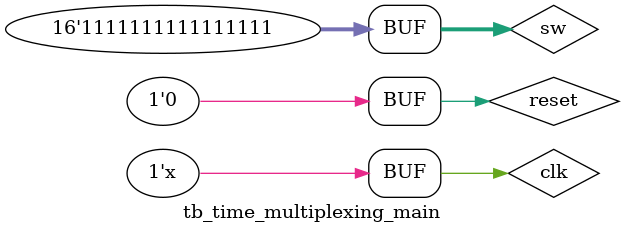
<source format=v>
`timescale 1ns / 1ps

module tb_time_multiplexing_main;
reg clk = 0;
reg reset = 0;
reg [15:0] sw = 0;
wire [3:0] an;
wire [6:0] sseg;

time_multiplexing_main uut(
    .clk(clk),
    .reset(reset),
    .sw(sw),
    .an(an),
    .sseg(sseg)
    );
    
//Simulate clock signal
always #5 clk = ~clk;

initial begin
    #20 reset = 1;
    #20 reset = 0;
    #20 sw = 16'b0000000000000001;
    #20 sw = 16'b0000000000010001;
    #20 sw = 16'b0000000100010001;
    #20 sw = 16'b0001000100010001;
    #20 sw = 16'b0001000100010011;
    #20 sw = 16'b0001000100110011;
    #20 sw = 16'b0001001100110011;
    #20 sw = 16'b0011001100110011;
    #20 sw = 16'b0011001100110111;
    #20 sw = 16'b0011001101110111;
    #20 sw = 16'b0011011101110111;
    #20 sw = 16'b0111011101110111;
    #20 sw = 16'b0111011101111111;
    #20 sw = 16'b0111011111111111;
    #20 sw = 16'b0111111111111111;
    #20 sw = 16'b1111111111111111;
end
endmodule

</source>
